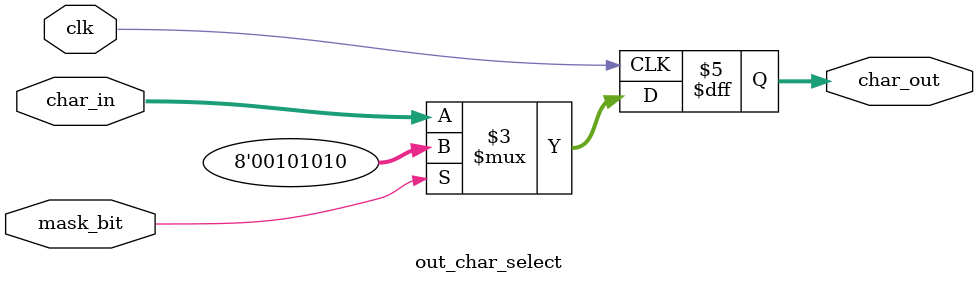
<source format=v>
`timescale 1ns / 1ps

`define ASTERISK 8'h2A

module out_char_select(
    input clk,
    input [7:0] char_in,
    input mask_bit,
    output reg [7:0] char_out
    );
    
    always @(posedge clk) begin
        if(mask_bit) begin
            char_out <= `ASTERISK;
        end else begin
            char_out <= char_in;
        end
    end
endmodule

</source>
